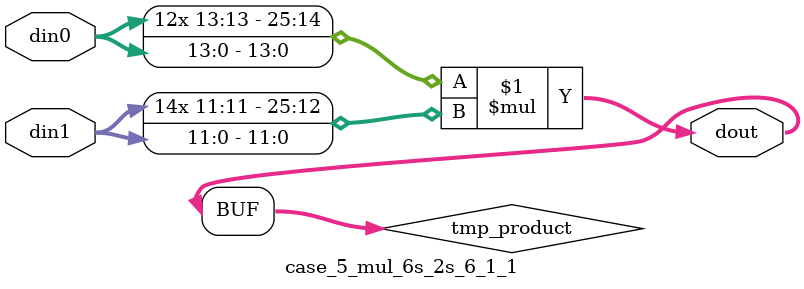
<source format=v>

`timescale 1 ns / 1 ps

 module case_5_mul_6s_2s_6_1_1(din0, din1, dout);
parameter ID = 1;
parameter NUM_STAGE = 0;
parameter din0_WIDTH = 14;
parameter din1_WIDTH = 12;
parameter dout_WIDTH = 26;

input [din0_WIDTH - 1 : 0] din0; 
input [din1_WIDTH - 1 : 0] din1; 
output [dout_WIDTH - 1 : 0] dout;

wire signed [dout_WIDTH - 1 : 0] tmp_product;



























assign tmp_product = $signed(din0) * $signed(din1);








assign dout = tmp_product;





















endmodule

</source>
